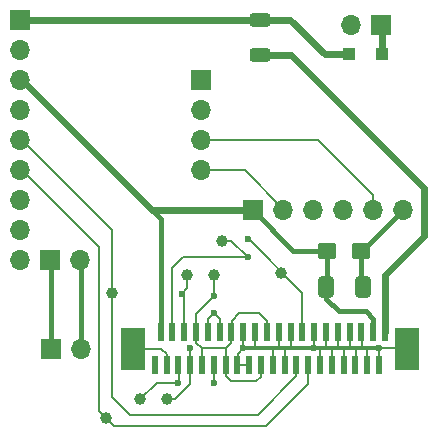
<source format=gbr>
%TF.GenerationSoftware,KiCad,Pcbnew,9.0.0*%
%TF.CreationDate,2025-05-12T14:44:42+01:00*%
%TF.ProjectId,KiCAD_uPicomac3_2,4b694341-445f-4755-9069-636f6d616333,rev?*%
%TF.SameCoordinates,Original*%
%TF.FileFunction,Copper,L1,Top*%
%TF.FilePolarity,Positive*%
%FSLAX46Y46*%
G04 Gerber Fmt 4.6, Leading zero omitted, Abs format (unit mm)*
G04 Created by KiCad (PCBNEW 9.0.0) date 2025-05-12 14:44:42*
%MOMM*%
%LPD*%
G01*
G04 APERTURE LIST*
G04 Aperture macros list*
%AMRoundRect*
0 Rectangle with rounded corners*
0 $1 Rounding radius*
0 $2 $3 $4 $5 $6 $7 $8 $9 X,Y pos of 4 corners*
0 Add a 4 corners polygon primitive as box body*
4,1,4,$2,$3,$4,$5,$6,$7,$8,$9,$2,$3,0*
0 Add four circle primitives for the rounded corners*
1,1,$1+$1,$2,$3*
1,1,$1+$1,$4,$5*
1,1,$1+$1,$6,$7*
1,1,$1+$1,$8,$9*
0 Add four rect primitives between the rounded corners*
20,1,$1+$1,$2,$3,$4,$5,0*
20,1,$1+$1,$4,$5,$6,$7,0*
20,1,$1+$1,$6,$7,$8,$9,0*
20,1,$1+$1,$8,$9,$2,$3,0*%
G04 Aperture macros list end*
%TA.AperFunction,SMDPad,CuDef*%
%ADD10R,0.600000X1.500000*%
%TD*%
%TA.AperFunction,SMDPad,CuDef*%
%ADD11R,2.000000X3.600000*%
%TD*%
%TA.AperFunction,SMDPad,CuDef*%
%ADD12C,1.000000*%
%TD*%
%TA.AperFunction,ComponentPad*%
%ADD13R,1.700000X1.700000*%
%TD*%
%TA.AperFunction,ComponentPad*%
%ADD14O,1.700000X1.700000*%
%TD*%
%TA.AperFunction,SMDPad,CuDef*%
%ADD15RoundRect,0.250000X-0.537500X-0.425000X0.537500X-0.425000X0.537500X0.425000X-0.537500X0.425000X0*%
%TD*%
%TA.AperFunction,SMDPad,CuDef*%
%ADD16RoundRect,0.250000X-0.412500X-0.650000X0.412500X-0.650000X0.412500X0.650000X-0.412500X0.650000X0*%
%TD*%
%TA.AperFunction,SMDPad,CuDef*%
%ADD17RoundRect,0.250000X-0.300000X-0.300000X0.300000X-0.300000X0.300000X0.300000X-0.300000X0.300000X0*%
%TD*%
%TA.AperFunction,SMDPad,CuDef*%
%ADD18RoundRect,0.250000X-0.625000X0.312500X-0.625000X-0.312500X0.625000X-0.312500X0.625000X0.312500X0*%
%TD*%
%TA.AperFunction,ViaPad*%
%ADD19C,0.600000*%
%TD*%
%TA.AperFunction,Conductor*%
%ADD20C,0.200000*%
%TD*%
%TA.AperFunction,Conductor*%
%ADD21C,0.400000*%
%TD*%
%TA.AperFunction,Conductor*%
%ADD22C,0.600000*%
%TD*%
%TA.AperFunction,Conductor*%
%ADD23C,0.300000*%
%TD*%
G04 APERTURE END LIST*
D10*
%TO.P,J1,1,1*%
%TO.N,unconnected-(J1-Pad1)*%
X114104258Y-80011131D03*
%TO.P,J1,2,3v3*%
%TO.N,Net-(J1-3.3v)*%
X114604258Y-77211131D03*
%TO.P,J1,3,Gnd*%
%TO.N,GND*%
X115104258Y-80011131D03*
%TO.P,J1,4,STX*%
%TO.N,Net-(J1-STX)*%
X115604258Y-77211131D03*
%TO.P,J1,5,SCl*%
%TO.N,Net-(J1-SCl)*%
X116104258Y-80011131D03*
%TO.P,J1,6,CS*%
%TO.N,Net-(J1-CS)*%
X116604258Y-77211131D03*
%TO.P,J1,7,Reset*%
%TO.N,Net-(J1-Reset)*%
X117104258Y-80011131D03*
%TO.P,J1,8,R4*%
%TO.N,Net-(J1-B3)*%
X117604258Y-77211131D03*
%TO.P,J1,9,R3*%
X118104258Y-80011131D03*
%TO.P,J1,10,R2*%
%TO.N,GND*%
X118604258Y-77211131D03*
%TO.P,J1,11,R1*%
X119104258Y-80011131D03*
%TO.P,J1,12,R0*%
X119604258Y-77211131D03*
%TO.P,J1,13,G5*%
%TO.N,Net-(J1-B3)*%
X120104258Y-80011131D03*
%TO.P,J1,14,G4*%
X120604258Y-77211131D03*
%TO.P,J1,15,G3*%
%TO.N,GND*%
X121104258Y-80011131D03*
%TO.P,J1,16,G2*%
X121604258Y-77211131D03*
%TO.P,J1,17,G1*%
X122104258Y-80011131D03*
%TO.P,J1,18,G0*%
X122604258Y-77211131D03*
%TO.P,J1,19,B4*%
%TO.N,Net-(J1-B3)*%
X123104258Y-80011131D03*
%TO.P,J1,20,B3*%
X123604258Y-77211131D03*
%TO.P,J1,21,B2*%
%TO.N,GND*%
X124104258Y-80011131D03*
%TO.P,J1,22,B1*%
X124604258Y-77211131D03*
%TO.P,J1,23,B0*%
X125104258Y-80011131D03*
%TO.P,J1,24,DE*%
X125604258Y-77211131D03*
%TO.P,J1,25,PCl*%
%TO.N,Net-(J1-PCl)*%
X126104258Y-80011131D03*
%TO.P,J1,26,HS*%
%TO.N,Net-(J1-HS)*%
X126604258Y-77211131D03*
%TO.P,J1,27,VS*%
%TO.N,Net-(J1-VS)*%
X127104258Y-80011131D03*
%TO.P,J1,28,Gnd*%
%TO.N,GND*%
X127604258Y-77211131D03*
%TO.P,J1,29,Gnd*%
X128104258Y-80011131D03*
%TO.P,J1,30,Gnd*%
X128604258Y-77211131D03*
%TO.P,J1,31,Gnd*%
X129104258Y-80011131D03*
%TO.P,J1,32,Gnd*%
X129604258Y-77211131D03*
%TO.P,J1,33,Gnd*%
X130104258Y-80011131D03*
%TO.P,J1,34,Gnd*%
X130604258Y-77211131D03*
%TO.P,J1,35,Gnd*%
X131104258Y-80011131D03*
%TO.P,J1,36,Gnd*%
X131604258Y-77211131D03*
%TO.P,J1,37,Gnd*%
X132104258Y-80011131D03*
%TO.P,J1,38,3.3v*%
%TO.N,Net-(J1-3.3v)*%
X132604258Y-77211131D03*
%TO.P,J1,39,BL-*%
%TO.N,GND*%
X133104258Y-80011131D03*
%TO.P,J1,40,BL+*%
%TO.N,Net-(J1-BL+)*%
X133604258Y-77211131D03*
D11*
%TO.P,J1,S1,SHIELD*%
%TO.N,GND*%
X112226408Y-78614928D03*
%TO.P,J1,S2,SHIELD*%
X135456886Y-78610777D03*
%TD*%
D12*
%TO.P,tp1,1,1*%
%TO.N,Net-(J1-VS)*%
X109940888Y-84474133D03*
%TD*%
D13*
%TO.P,J6,1,GP2*%
%TO.N,Net-(J1-SCl)*%
X118005000Y-55890000D03*
D14*
%TO.P,J6,2,GP3*%
%TO.N,Net-(J1-STX)*%
X118005000Y-58430000D03*
%TO.P,J6,3,GP4*%
%TO.N,Net-(J2-Pin_5)*%
X118005000Y-60970000D03*
%TO.P,J6,4,GP5*%
%TO.N,Net-(J2-Pin_2)*%
X118005000Y-63510000D03*
%TD*%
D15*
%TO.P,C1,1*%
%TO.N,Net-(J1-3.3v)*%
X128705779Y-70325603D03*
%TO.P,C1,2*%
%TO.N,GND*%
X131580779Y-70325603D03*
%TD*%
D16*
%TO.P,C2,1*%
%TO.N,Net-(J1-3.3v)*%
X128585779Y-73440603D03*
%TO.P,C2,2*%
%TO.N,GND*%
X131710779Y-73440603D03*
%TD*%
D12*
%TO.P,tp6,1,1*%
%TO.N,Net-(J1-CS)*%
X116880370Y-72385168D03*
%TD*%
D13*
%TO.P,J2,1,Pin_1*%
%TO.N,Net-(J1-3.3v)*%
X122416803Y-66904054D03*
D14*
%TO.P,J2,2,Pin_2*%
%TO.N,Net-(J2-Pin_2)*%
X124956803Y-66904054D03*
%TO.P,J2,3,Pin_3*%
%TO.N,Net-(J1-STX)*%
X127496803Y-66904054D03*
%TO.P,J2,4,Pin_4*%
%TO.N,Net-(J1-SCl)*%
X130036803Y-66904054D03*
%TO.P,J2,5,Pin_5*%
%TO.N,Net-(J2-Pin_5)*%
X132576803Y-66904054D03*
%TO.P,J2,6,Pin_6*%
%TO.N,GND*%
X135116803Y-66904054D03*
%TD*%
D13*
%TO.P,J3,1,5v*%
%TO.N,Net-(D1-K)*%
X102740000Y-50800000D03*
D14*
%TO.P,J3,2,GND*%
%TO.N,GND*%
X102740000Y-53340000D03*
%TO.P,J3,3,3v3*%
%TO.N,Net-(J1-3.3v)*%
X102740000Y-55880000D03*
%TO.P,J3,4,GP29*%
%TO.N,Net-(J1-HS)*%
X102740000Y-58420000D03*
%TO.P,J3,5,GP28*%
%TO.N,Net-(J1-PCl)*%
X102740000Y-60960000D03*
%TO.P,J3,6,GP27*%
%TO.N,Net-(J1-VS)*%
X102740000Y-63500000D03*
%TO.P,J3,7,GP26*%
%TO.N,Net-(J1-B3)*%
X102740000Y-66040000D03*
%TO.P,J3,8,GP15*%
%TO.N,Net-(J1-Reset)*%
X102740000Y-68580000D03*
%TO.P,J3,9,GP14*%
%TO.N,Net-(J1-CS)*%
X102740000Y-71120000D03*
%TD*%
D12*
%TO.P,tp8,1,1*%
%TO.N,Net-(J1-STX)*%
X119822522Y-69500745D03*
%TD*%
D17*
%TO.P,D1,1,K*%
%TO.N,Net-(D1-K)*%
X130550000Y-53710000D03*
%TO.P,D1,2,A*%
%TO.N,Net-(D1-A)*%
X133350000Y-53710000D03*
%TD*%
D12*
%TO.P,tp7,1,1*%
%TO.N,Net-(J1-SCl)*%
X112900000Y-82920000D03*
%TD*%
%TO.P,tp5,1,1*%
%TO.N,Net-(J1-Reset)*%
X115146730Y-82900163D03*
%TD*%
%TO.P,tp4,1,1*%
%TO.N,Net-(J1-B3)*%
X119131865Y-72385168D03*
%TD*%
D13*
%TO.P,J4,1,GP10*%
%TO.N,Net-(J4-GP10)*%
X105280000Y-71130549D03*
D14*
%TO.P,J4,2,GP11*%
%TO.N,Net-(J4-GP11)*%
X107820000Y-71130549D03*
%TD*%
D12*
%TO.P,tp3,1,1*%
%TO.N,Net-(J1-PCl)*%
X110496622Y-73883910D03*
%TD*%
%TO.P,tp2,1,1*%
%TO.N,Net-(J1-HS)*%
X124811187Y-72201792D03*
%TD*%
D18*
%TO.P,R1,1*%
%TO.N,Net-(D1-K)*%
X123060000Y-50816274D03*
%TO.P,R1,2*%
%TO.N,Net-(J1-BL+)*%
X123060000Y-53741274D03*
%TD*%
D13*
%TO.P,J9,1,Pin_1*%
%TO.N,Net-(D1-A)*%
X133266726Y-51179301D03*
D14*
%TO.P,J9,2,Pin_2*%
%TO.N,GND*%
X130726726Y-51179301D03*
%TD*%
D13*
%TO.P,J7,1,Spkr_+*%
%TO.N,Net-(J4-GP10)*%
X105290735Y-78664243D03*
D14*
%TO.P,J7,2,Spkr_-*%
%TO.N,Net-(J4-GP11)*%
X107830735Y-78664243D03*
%TD*%
D19*
%TO.N,GND*%
X135400000Y-78600000D03*
X119100000Y-75600000D03*
X119100000Y-81500000D03*
X133100000Y-78600000D03*
X127600000Y-78600000D03*
X112053611Y-78614687D03*
X121600000Y-78600000D03*
%TO.N,Net-(J1-SCl)*%
X116100000Y-81500000D03*
%TO.N,Net-(J1-CS)*%
X116400000Y-74000000D03*
%TO.N,Net-(J1-B3)*%
X119100000Y-74200000D03*
%TO.N,Net-(J1-Reset)*%
X117100000Y-78600000D03*
%TO.N,Net-(J1-HS)*%
X122000000Y-69350000D03*
%TO.N,Net-(J1-STX)*%
X122000000Y-70900000D03*
%TD*%
D20*
%TO.N,GND*%
X133100000Y-78600000D02*
X135400000Y-78600000D01*
D21*
%TO.N,Net-(J1-3.3v)*%
X129670000Y-75470000D02*
X128585779Y-74385779D01*
X128585779Y-74385779D02*
X128585779Y-73440603D01*
D20*
%TO.N,Net-(J1-PCl)*%
X102870000Y-60960000D02*
X110500000Y-68590000D01*
X110500000Y-82700000D02*
X112000000Y-84200000D01*
X112000000Y-84200000D02*
X122865389Y-84200000D01*
X122865389Y-84200000D02*
X126104258Y-80961131D01*
X110500000Y-68590000D02*
X110500000Y-82700000D01*
X126104258Y-80961131D02*
X126104258Y-80011131D01*
%TO.N,Net-(J1-VS)*%
X127104258Y-80011131D02*
X127104258Y-81595742D01*
X123500000Y-85200000D02*
X110700000Y-85200000D01*
X109400000Y-83900000D02*
X109400000Y-70030000D01*
X127104258Y-81595742D02*
X123500000Y-85200000D01*
X109400000Y-70030000D02*
X102870000Y-63500000D01*
X110700000Y-85200000D02*
X109400000Y-83900000D01*
%TO.N,GND*%
X112058924Y-78620000D02*
X114680000Y-78620000D01*
X114680000Y-78620000D02*
X115120000Y-79060000D01*
X112053611Y-78614687D02*
X112058924Y-78620000D01*
X115120000Y-79060000D02*
X115120000Y-80010000D01*
D22*
%TO.N,Net-(J1-BL+)*%
X125617644Y-53741274D02*
X123060000Y-53741274D01*
%TO.N,Net-(D1-A)*%
X133350000Y-53710000D02*
X133350000Y-51262575D01*
D20*
%TO.N,Net-(J2-Pin_2)*%
X121710000Y-63510000D02*
X124956803Y-66756803D01*
X118135000Y-63510000D02*
X121710000Y-63510000D01*
%TO.N,Net-(J2-Pin_5)*%
X132600000Y-65600000D02*
X132576803Y-65623197D01*
X127970000Y-60970000D02*
X132600000Y-65600000D01*
X132576803Y-65623197D02*
X132576803Y-66904054D01*
X118135000Y-60970000D02*
X127970000Y-60970000D01*
%TO.N,GND*%
X128620000Y-77210000D02*
X128620000Y-78580000D01*
X118620000Y-76080000D02*
X119100000Y-75600000D01*
X119104258Y-80011131D02*
X119104258Y-81495742D01*
X122120000Y-80010000D02*
X121120000Y-80010000D01*
D23*
X130600000Y-78600000D02*
X131100000Y-78600000D01*
D20*
X130120000Y-80010000D02*
X130120000Y-78620000D01*
D23*
X128600000Y-78600000D02*
X129100000Y-78600000D01*
X131600000Y-78600000D02*
X132100000Y-78600000D01*
D20*
X131620000Y-77210000D02*
X131620000Y-78580000D01*
X124104258Y-80011131D02*
X124104258Y-78604258D01*
X131120000Y-78620000D02*
X131100000Y-78600000D01*
X132120000Y-78620000D02*
X132100000Y-78600000D01*
X118620000Y-77210000D02*
X118620000Y-76080000D01*
X124620000Y-77210000D02*
X124620000Y-78580000D01*
X119104258Y-81495742D02*
X119100000Y-81500000D01*
X121600000Y-78600000D02*
X121620000Y-78580000D01*
D23*
X121600000Y-78600000D02*
X122600000Y-78600000D01*
D20*
X128120000Y-78620000D02*
X128100000Y-78600000D01*
X131120000Y-80010000D02*
X131120000Y-78620000D01*
X133120000Y-78620000D02*
X133120000Y-80010000D01*
X122620000Y-78580000D02*
X122600000Y-78600000D01*
D21*
X131580779Y-70325603D02*
X131580779Y-73310603D01*
D20*
X129620000Y-77210000D02*
X129620000Y-78580000D01*
X129120000Y-78620000D02*
X129100000Y-78600000D01*
X119620000Y-76120000D02*
X119100000Y-75600000D01*
X125120000Y-80010000D02*
X125120000Y-78620000D01*
X127620000Y-78580000D02*
X127600000Y-78600000D01*
D23*
X128100000Y-78600000D02*
X128600000Y-78600000D01*
D20*
X127620000Y-77210000D02*
X127620000Y-78580000D01*
X121620000Y-78580000D02*
X121620000Y-77210000D01*
D23*
X129100000Y-78600000D02*
X129600000Y-78600000D01*
D20*
X124620000Y-78580000D02*
X124600000Y-78600000D01*
X119620000Y-77210000D02*
X119620000Y-76120000D01*
X122620000Y-77210000D02*
X122620000Y-78580000D01*
X130620000Y-77210000D02*
X130620000Y-78580000D01*
X133100000Y-78600000D02*
X133120000Y-78620000D01*
D21*
X131580779Y-73310603D02*
X131710779Y-73440603D01*
X135116803Y-66904054D02*
X131800857Y-70220000D01*
D23*
X130100000Y-78600000D02*
X130600000Y-78600000D01*
D20*
X129620000Y-78580000D02*
X129600000Y-78600000D01*
X125620000Y-78580000D02*
X125600000Y-78600000D01*
X121120000Y-79080000D02*
X121120000Y-80010000D01*
X131620000Y-78580000D02*
X131600000Y-78600000D01*
X132120000Y-80010000D02*
X132120000Y-78620000D01*
X119120000Y-81480000D02*
X119100000Y-81500000D01*
D23*
X122600000Y-78600000D02*
X124100000Y-78600000D01*
D20*
X130620000Y-78580000D02*
X130600000Y-78600000D01*
X130120000Y-78620000D02*
X130100000Y-78600000D01*
D23*
X125100000Y-78600000D02*
X125600000Y-78600000D01*
X124600000Y-78600000D02*
X125100000Y-78600000D01*
X131100000Y-78600000D02*
X131600000Y-78600000D01*
X129600000Y-78600000D02*
X130100000Y-78600000D01*
D20*
X129120000Y-80010000D02*
X129120000Y-78620000D01*
X128620000Y-78580000D02*
X128600000Y-78600000D01*
X121600000Y-78600000D02*
X121120000Y-79080000D01*
D23*
X125600000Y-78600000D02*
X127600000Y-78600000D01*
D20*
X125620000Y-77210000D02*
X125620000Y-78580000D01*
X128120000Y-80010000D02*
X128120000Y-78620000D01*
D23*
X124100000Y-78600000D02*
X124600000Y-78600000D01*
X127600000Y-78600000D02*
X128100000Y-78600000D01*
X132100000Y-78600000D02*
X133100000Y-78600000D01*
D22*
%TO.N,Net-(D1-K)*%
X102740000Y-50800000D02*
X125601370Y-50800000D01*
D21*
%TO.N,Net-(J1-3.3v)*%
X122416803Y-66904054D02*
X125838352Y-70325603D01*
X114604258Y-77211131D02*
X114604258Y-67604258D01*
X128705779Y-73320603D02*
X128585779Y-73440603D01*
X125838352Y-70325603D02*
X128705779Y-70325603D01*
D22*
X102880000Y-55880000D02*
X113904054Y-66904054D01*
X113904054Y-66904054D02*
X115600000Y-66904054D01*
D21*
X128705779Y-70325603D02*
X128705779Y-73320603D01*
D22*
X102870000Y-55880000D02*
X102880000Y-55880000D01*
X115600000Y-66904054D02*
X122416803Y-66904054D01*
D20*
X114620000Y-76760000D02*
X114620000Y-77210000D01*
D21*
X114604258Y-67604258D02*
X113904054Y-66904054D01*
D20*
%TO.N,Net-(J1-SCl)*%
X116120000Y-81480000D02*
X116120000Y-80010000D01*
X116100000Y-81500000D02*
X116120000Y-81480000D01*
X114320000Y-81500000D02*
X112900000Y-82920000D01*
X116100000Y-81500000D02*
X114320000Y-81500000D01*
%TO.N,Net-(J1-CS)*%
X116880370Y-73519630D02*
X116400000Y-74000000D01*
X116400000Y-74000000D02*
X116620000Y-74220000D01*
X102799354Y-71190646D02*
X102870000Y-71120000D01*
X116620000Y-74220000D02*
X116620000Y-77210000D01*
X116880370Y-72385168D02*
X116880370Y-73519630D01*
%TO.N,Net-(J1-B3)*%
X118104258Y-80011131D02*
X118104258Y-78604258D01*
X120104258Y-78661131D02*
X120165389Y-78600000D01*
X123620000Y-77210000D02*
X123620000Y-76260000D01*
X120165389Y-78600000D02*
X119660000Y-78600000D01*
X120604258Y-77211131D02*
X120604258Y-78161131D01*
X122700000Y-81400000D02*
X123120000Y-80980000D01*
X121280000Y-75600000D02*
X122200000Y-75600000D01*
X120620000Y-76260000D02*
X121280000Y-75600000D01*
X118100000Y-78600000D02*
X119660000Y-78600000D01*
X118104258Y-78604258D02*
X118100000Y-78600000D01*
X120104258Y-80011131D02*
X120104258Y-78661131D01*
X118100000Y-78600000D02*
X117604258Y-78104258D01*
X117604258Y-78104258D02*
X117604258Y-77211131D01*
X123120000Y-80980000D02*
X123120000Y-80010000D01*
X119131865Y-74168135D02*
X119100000Y-74200000D01*
X122960000Y-75600000D02*
X122200000Y-75600000D01*
X120120000Y-80026873D02*
X120104258Y-80011131D01*
X120604258Y-78161131D02*
X120165389Y-78600000D01*
X119131865Y-72385168D02*
X119131865Y-74168135D01*
X120560000Y-81400000D02*
X121900000Y-81400000D01*
X121900000Y-81400000D02*
X122700000Y-81400000D01*
X120120000Y-80960000D02*
X120120000Y-80026873D01*
X123620000Y-76260000D02*
X122960000Y-75600000D01*
X117604258Y-75695742D02*
X119100000Y-74200000D01*
X120620000Y-77210000D02*
X120620000Y-76260000D01*
X120120000Y-80960000D02*
X120560000Y-81400000D01*
X117604258Y-77211131D02*
X117604258Y-75695742D01*
%TO.N,Net-(J1-Reset)*%
X117104258Y-81649741D02*
X115853836Y-82900163D01*
X117120000Y-78620000D02*
X117120000Y-80010000D01*
X117100000Y-78600000D02*
X117120000Y-78620000D01*
X117104258Y-80011131D02*
X117104258Y-81649741D01*
X115853836Y-82900163D02*
X115146730Y-82900163D01*
%TO.N,Net-(J1-HS)*%
X122000000Y-69350000D02*
X122050000Y-69350000D01*
X122050000Y-69350000D02*
X126604258Y-73904258D01*
X126620000Y-76560000D02*
X126620000Y-77210000D01*
X126604258Y-73904258D02*
X126604258Y-77211131D01*
%TO.N,Net-(J1-STX)*%
X120600745Y-69500745D02*
X122000000Y-70900000D01*
X116500000Y-70900000D02*
X115604258Y-71795742D01*
X121646338Y-70900000D02*
X122000000Y-70900000D01*
X122000000Y-70900000D02*
X119800000Y-70900000D01*
X115604258Y-71795742D02*
X115604258Y-77211131D01*
X119800000Y-70900000D02*
X116500000Y-70900000D01*
X119822522Y-69500745D02*
X120600745Y-69500745D01*
D22*
%TO.N,Net-(J1-BL+)*%
X133620000Y-72380000D02*
X136899000Y-69101000D01*
X136899000Y-69101000D02*
X136899000Y-65022630D01*
X133620000Y-77210000D02*
X133620000Y-72380000D01*
X136899000Y-65022630D02*
X125617644Y-53741274D01*
D21*
%TO.N,Net-(J4-GP11)*%
X107830735Y-78664243D02*
X107830735Y-71141284D01*
%TO.N,Net-(J4-GP10)*%
X105290735Y-78664243D02*
X105290735Y-71141284D01*
%TO.N,Net-(J1-3.3v)*%
X132620000Y-77210000D02*
X132620000Y-76120000D01*
X132620000Y-76120000D02*
X131970000Y-75470000D01*
X131970000Y-75470000D02*
X129670000Y-75470000D01*
D22*
%TO.N,Net-(D1-K)*%
X125601370Y-50801370D02*
X128510000Y-53710000D01*
X128510000Y-53710000D02*
X130550000Y-53710000D01*
%TD*%
M02*

</source>
